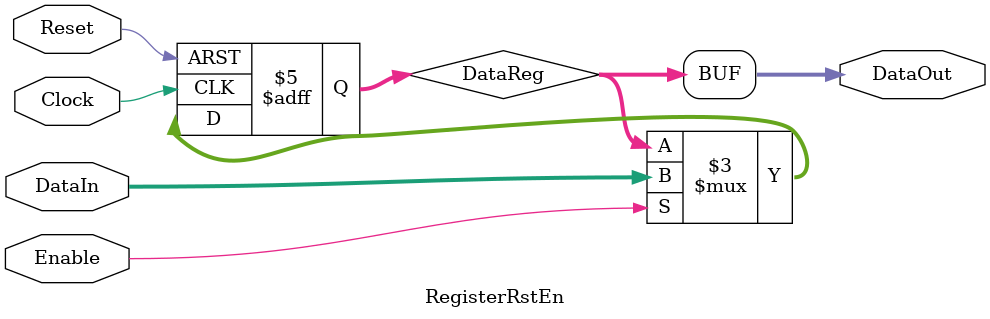
<source format=v>
/******************************************************************************/
/*  Unit Name:  RegisterRstEn                                                    */
/*  Created by: Kathy                                                         */
/*  Created on: 05/22/2018                                                    */
/*  Edited by:  Kathy                                                         */
/*  Edited on:  05/22/2018                                                    */
/*                                                                            */
/*  Description:                                                              */
/*      A register with enable and reset.                                     */
/*                                                                            */
/*  Revisions:                                                                */
/*      05/22/2018  Kathy       Unit created.                                 */
/******************************************************************************/

module RegisterRstEn
#(
  parameter WID_DATA = 32,
  parameter [WID_DATA-1:0] RST_VALUE = 0
)
(
  input Reset,
  input Clock,
  input Enable,
  input [WID_DATA-1:0] DataIn,
  output [WID_DATA-1:0] DataOut
);

  reg [WID_DATA-1:0] DataReg;

  assign DataOut = DataReg;  

  always @(negedge Reset or posedge Clock)
    begin
      if(!Reset)
        begin
          DataReg <= RST_VALUE;
        end
      else 
        begin
          if(Enable)
            begin
              DataReg <= DataIn;
            end          
        end
    end
  
endmodule
</source>
